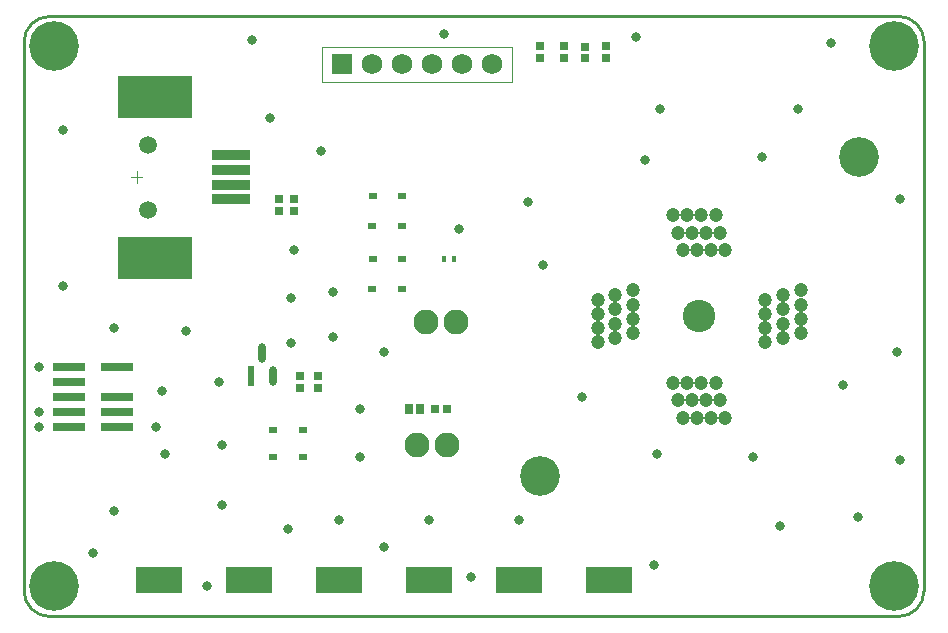
<source format=gts>
G04*
G04 #@! TF.GenerationSoftware,Altium Limited,Altium Designer,21.3.2 (30)*
G04*
G04 Layer_Color=8388736*
%FSLAX44Y44*%
%MOMM*%
G71*
G04*
G04 #@! TF.SameCoordinates,9234EC1E-5B27-41C9-997F-A59CE03DEA51*
G04*
G04*
G04 #@! TF.FilePolarity,Negative*
G04*
G01*
G75*
%ADD10C,0.2540*%
%ADD15C,0.0500*%
%ADD19R,0.3100X0.5500*%
G04:AMPARAMS|DCode=20|XSize=1.6587mm|YSize=0.6268mm|CornerRadius=0.3134mm|HoleSize=0mm|Usage=FLASHONLY|Rotation=90.000|XOffset=0mm|YOffset=0mm|HoleType=Round|Shape=RoundedRectangle|*
%AMROUNDEDRECTD20*
21,1,1.6587,0.0000,0,0,90.0*
21,1,1.0319,0.6268,0,0,90.0*
1,1,0.6268,0.0000,0.5159*
1,1,0.6268,0.0000,-0.5159*
1,1,0.6268,0.0000,-0.5159*
1,1,0.6268,0.0000,0.5159*
%
%ADD20ROUNDEDRECTD20*%
%ADD21R,0.6268X1.6587*%
%ADD22R,0.8000X0.6000*%
%ADD26R,2.7900X0.7400*%
%ADD27R,0.8032X0.8032*%
%ADD28R,0.7032X0.9032*%
%ADD29R,0.7032X0.8032*%
%ADD30R,3.8532X2.2532*%
%ADD31R,3.2032X0.9032*%
%ADD32R,6.2432X3.6032*%
%ADD33C,2.7531*%
%ADD34C,3.3533*%
%ADD35C,1.2032*%
%ADD36R,1.7532X1.7532*%
%ADD37C,1.7532*%
%ADD38C,1.5032*%
%ADD39C,2.1082*%
%ADD40C,4.2032*%
%ADD41C,0.8382*%
D10*
X275499Y762000D02*
G03*
X254000Y740501I0J-21499D01*
G01*
Y275499D02*
G03*
X275499Y254000I21499J0D01*
G01*
X1016000Y740501D02*
G03*
X994501Y762000I-21499J0D01*
G01*
Y254000D02*
G03*
X1016000Y275499I0J21499D01*
G01*
X275499Y762000D02*
X994501D01*
X275499Y254000D02*
X994501D01*
X254000Y275499D02*
Y740501D01*
X1016000Y275499D02*
Y740501D01*
D15*
X667090Y706410D02*
Y736310D01*
X506390Y706410D02*
X667090D01*
X506390D02*
Y736310D01*
X667090D01*
X344260Y625810D02*
X354260D01*
X349260Y620810D02*
Y630810D01*
D19*
X618000Y556260D02*
D03*
X609600D02*
D03*
D20*
X455670Y476734D02*
D03*
X464820Y457200D02*
D03*
D21*
X446520D02*
D03*
D22*
X549040Y609600D02*
D03*
X574040D02*
D03*
X548840Y530860D02*
D03*
X573840D02*
D03*
X465020Y388620D02*
D03*
X490020D02*
D03*
X549040Y556260D02*
D03*
X574040D02*
D03*
X548640Y584200D02*
D03*
X573640D02*
D03*
X465020Y411480D02*
D03*
X490020D02*
D03*
D26*
X332800Y414020D02*
D03*
Y426720D02*
D03*
Y439420D02*
D03*
Y464820D02*
D03*
X292100Y414020D02*
D03*
Y426720D02*
D03*
Y439420D02*
D03*
Y452120D02*
D03*
Y464820D02*
D03*
D27*
X746760Y736600D02*
D03*
Y726600D02*
D03*
X728980Y736520D02*
D03*
Y726520D02*
D03*
X690880Y736600D02*
D03*
Y726600D02*
D03*
X711200D02*
D03*
Y736600D02*
D03*
X502920Y447200D02*
D03*
Y457200D02*
D03*
X487680Y447200D02*
D03*
Y457200D02*
D03*
X482600Y597060D02*
D03*
Y607060D02*
D03*
X469900D02*
D03*
Y597060D02*
D03*
D28*
X589110Y429260D02*
D03*
X579610D02*
D03*
D29*
X612140D02*
D03*
X602140D02*
D03*
D30*
X596900Y284480D02*
D03*
X444500D02*
D03*
X520700D02*
D03*
X673100D02*
D03*
X749300D02*
D03*
X368300D02*
D03*
D31*
X429260Y632060D02*
D03*
Y619560D02*
D03*
Y644560D02*
D03*
Y607060D02*
D03*
D32*
X365260Y557810D02*
D03*
Y693810D02*
D03*
D33*
X825500Y508000D02*
D03*
D34*
X960501Y642999D02*
D03*
X690501Y372999D02*
D03*
D35*
X803501Y593999D02*
D03*
X807502Y578998D02*
D03*
X811499Y563999D02*
D03*
X815500Y593999D02*
D03*
X819501Y578998D02*
D03*
X823501Y563999D02*
D03*
X827502Y593999D02*
D03*
X831499Y578998D02*
D03*
X835500Y563999D02*
D03*
X839501Y593999D02*
D03*
X843501Y578998D02*
D03*
X847502Y563999D02*
D03*
X911502Y529999D02*
D03*
X896501Y525998D02*
D03*
X881499Y521998D02*
D03*
X911502Y518000D02*
D03*
X896501Y513999D02*
D03*
X881499Y509999D02*
D03*
X911502Y505998D02*
D03*
X896501Y501998D02*
D03*
X881499Y498000D02*
D03*
X911502Y493999D02*
D03*
X896501Y489999D02*
D03*
X881499Y485998D02*
D03*
X847502Y421998D02*
D03*
X843501Y436999D02*
D03*
X839501Y451998D02*
D03*
X835500Y421998D02*
D03*
X831499Y436999D02*
D03*
X827502Y451998D02*
D03*
X823501Y421998D02*
D03*
X819501Y436999D02*
D03*
X815500Y451998D02*
D03*
X811499Y421998D02*
D03*
X807502Y436999D02*
D03*
X803501Y451998D02*
D03*
X739501Y485998D02*
D03*
X754499Y489999D02*
D03*
X769501Y493999D02*
D03*
X739501Y498000D02*
D03*
X754499Y501998D02*
D03*
X769501Y505998D02*
D03*
X739501Y509999D02*
D03*
X754499Y513999D02*
D03*
X769501Y518000D02*
D03*
X739501Y521998D02*
D03*
X754499Y525998D02*
D03*
X769501Y529999D02*
D03*
D36*
X523240Y721360D02*
D03*
D37*
X548640D02*
D03*
X574040D02*
D03*
X599440D02*
D03*
X624840D02*
D03*
X650240D02*
D03*
D38*
X359260Y653310D02*
D03*
Y598310D02*
D03*
D39*
X594360Y502920D02*
D03*
X619760D02*
D03*
X612140Y398780D02*
D03*
X586740D02*
D03*
D40*
X279400Y279400D02*
D03*
Y736600D02*
D03*
X990600D02*
D03*
Y279400D02*
D03*
D41*
X772160Y744220D02*
D03*
X937260Y739140D02*
D03*
X909320Y683260D02*
D03*
X792480D02*
D03*
X408940Y279400D02*
D03*
X312420Y307340D02*
D03*
X287020Y665480D02*
D03*
X462280Y675640D02*
D03*
X330200Y497840D02*
D03*
X287020Y533400D02*
D03*
X330200Y342900D02*
D03*
X373380Y391160D02*
D03*
X370840Y444500D02*
D03*
X391160Y495300D02*
D03*
X480060Y523240D02*
D03*
Y485140D02*
D03*
X419100Y452120D02*
D03*
X421640Y398780D02*
D03*
Y347980D02*
D03*
X538480Y388620D02*
D03*
X477520Y327660D02*
D03*
X558800Y312420D02*
D03*
X632460Y287020D02*
D03*
X787400Y297180D02*
D03*
X894080Y330200D02*
D03*
X960120Y337820D02*
D03*
X995680Y386080D02*
D03*
X993140Y477520D02*
D03*
X995680Y607060D02*
D03*
X947420Y449580D02*
D03*
X871220Y388620D02*
D03*
X789940Y391160D02*
D03*
X726440Y439420D02*
D03*
X693420Y551180D02*
D03*
X680720Y604520D02*
D03*
X609600Y746760D02*
D03*
X447040Y741680D02*
D03*
X505460Y647700D02*
D03*
X482600Y563880D02*
D03*
X622300Y581660D02*
D03*
X558800Y477520D02*
D03*
X538480Y429260D02*
D03*
X779780Y640080D02*
D03*
X878840Y642620D02*
D03*
X266700Y426720D02*
D03*
X520700Y335280D02*
D03*
X596900D02*
D03*
X673100D02*
D03*
X515620Y528320D02*
D03*
X266700Y464820D02*
D03*
Y414020D02*
D03*
X515620Y490220D02*
D03*
X365760Y414020D02*
D03*
M02*

</source>
